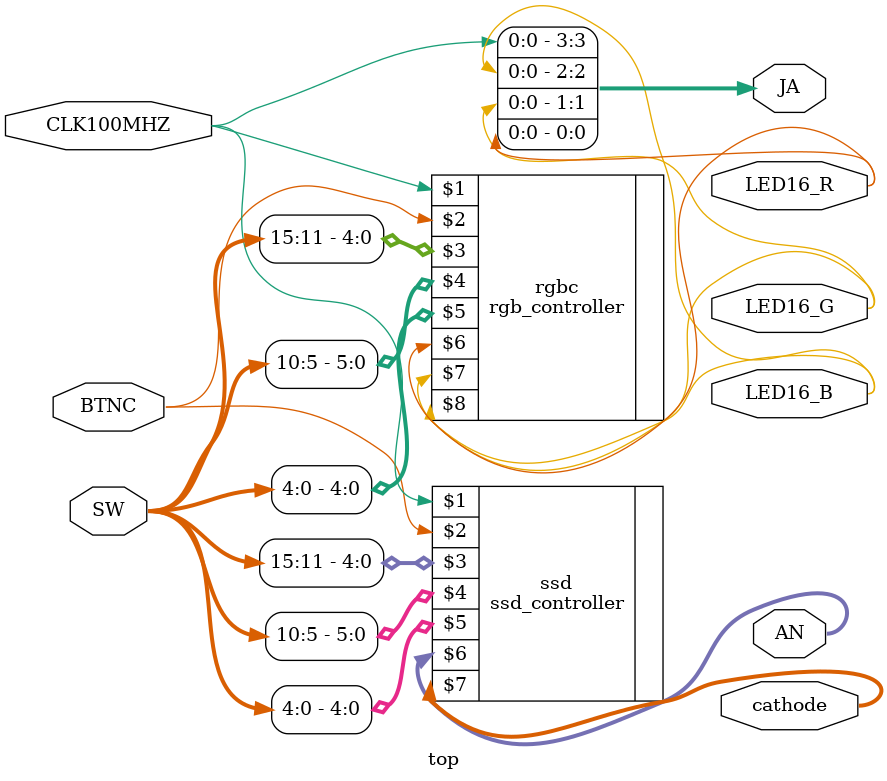
<source format=v>
`timescale 1ns / 1ps

// Our top module for Exercise 5. 
module top(input wire CLK100MHZ,input wire BTNC,input wire [15:0] SW,output wire LED16_R,output wire LED16_G, output wire LED16_B,output [4:1]JA,
output wire [7:0] AN,output wire [7:0] cathode);

// Instantiation of the rgb_controller
rgb_controller rgbc(CLK100MHZ,BTNC,SW[15:11],SW[10:5],SW[4:0],LED16_R,LED16_G,LED16_B);

// Instantiation of the ssd_controller
ssd_controller ssd(CLK100MHZ,BTNC,SW[15:11],SW[10:5],SW[4:0],AN,cathode);


// Continuous assignment of the PMOD outputs
assign JA[1] = LED16_R;
assign JA[2] = LED16_G;
assign JA[3] = LED16_B;
assign JA[4] = CLK100MHZ;



endmodule

</source>
